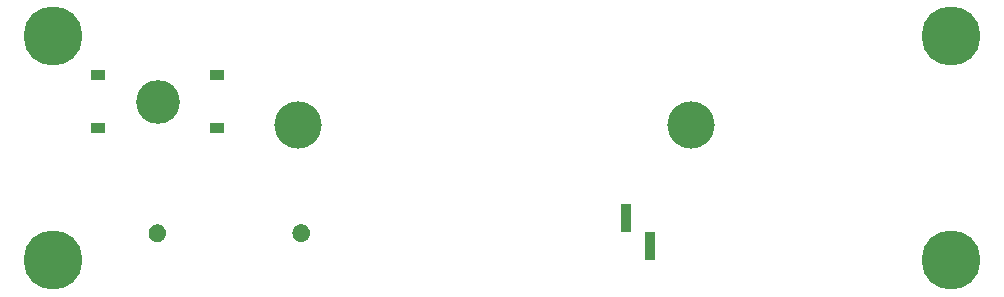
<source format=gbr>
%TF.GenerationSoftware,KiCad,Pcbnew,9.0.0*%
%TF.CreationDate,2025-05-16T22:32:30-04:00*%
%TF.ProjectId,Front Plate,46726f6e-7420-4506-9c61-74652e6b6963,rev?*%
%TF.SameCoordinates,Original*%
%TF.FileFunction,Soldermask,Bot*%
%TF.FilePolarity,Negative*%
%FSLAX46Y46*%
G04 Gerber Fmt 4.6, Leading zero omitted, Abs format (unit mm)*
G04 Created by KiCad (PCBNEW 9.0.0) date 2025-05-16 22:32:30*
%MOMM*%
%LPD*%
G01*
G04 APERTURE LIST*
%ADD10R,0.850000X2.350000*%
%ADD11C,4.000000*%
%ADD12C,5.000000*%
%ADD13C,3.708400*%
%ADD14R,1.193800X0.889000*%
G04 APERTURE END LIST*
D10*
%TO.C,P1*%
X146610000Y-94095000D03*
X148610000Y-96445000D03*
%TD*%
D11*
%TO.C,REF\u002A\u002A*%
X118790000Y-86230000D03*
X152120000Y-86240000D03*
%TD*%
D12*
%TO.C,REF\u002A\u002A*%
X98119160Y-78697420D03*
X174119260Y-78697420D03*
X98119160Y-97697390D03*
X174119260Y-97697390D03*
%TD*%
D13*
%TO.C,SW1*%
X106930000Y-84280000D03*
D14*
X111930000Y-82029999D03*
X101930000Y-82029999D03*
X111930000Y-86530001D03*
X101930000Y-86530001D03*
%TD*%
G36*
X107071289Y-94655669D02*
G01*
X107098360Y-94661847D01*
X107230510Y-94708088D01*
X107255528Y-94720136D01*
X107374073Y-94794623D01*
X107395782Y-94811936D01*
X107494778Y-94910932D01*
X107512091Y-94932641D01*
X107586578Y-95051186D01*
X107598626Y-95076204D01*
X107644867Y-95208354D01*
X107651045Y-95235425D01*
X107666720Y-95374547D01*
X107666720Y-95402313D01*
X107651045Y-95541434D01*
X107644867Y-95568505D01*
X107598626Y-95700655D01*
X107586578Y-95725673D01*
X107512091Y-95844218D01*
X107494778Y-95865927D01*
X107395782Y-95964923D01*
X107374073Y-95982236D01*
X107255528Y-96056723D01*
X107230510Y-96068771D01*
X107098360Y-96115012D01*
X107071289Y-96121190D01*
X106932168Y-96136865D01*
X106904402Y-96136865D01*
X106765280Y-96121190D01*
X106738209Y-96115012D01*
X106606059Y-96068771D01*
X106581041Y-96056723D01*
X106462496Y-95982236D01*
X106440787Y-95964923D01*
X106341791Y-95865927D01*
X106324478Y-95844218D01*
X106249991Y-95725673D01*
X106237943Y-95700655D01*
X106191702Y-95568505D01*
X106185524Y-95541434D01*
X106169849Y-95402313D01*
X106169849Y-95374547D01*
X106185524Y-95235425D01*
X106191702Y-95208354D01*
X106237943Y-95076204D01*
X106249991Y-95051186D01*
X106324478Y-94932641D01*
X106341791Y-94910932D01*
X106440787Y-94811936D01*
X106462496Y-94794623D01*
X106581041Y-94720136D01*
X106606059Y-94708088D01*
X106738209Y-94661847D01*
X106765280Y-94655669D01*
X106904402Y-94639994D01*
X106932168Y-94639994D01*
X107071289Y-94655669D01*
G37*
G36*
X119253147Y-94655669D02*
G01*
X119280218Y-94661847D01*
X119412368Y-94708088D01*
X119437386Y-94720136D01*
X119555931Y-94794623D01*
X119577640Y-94811936D01*
X119676636Y-94910932D01*
X119693949Y-94932641D01*
X119768436Y-95051186D01*
X119780484Y-95076204D01*
X119826725Y-95208354D01*
X119832903Y-95235425D01*
X119848578Y-95374547D01*
X119848578Y-95402313D01*
X119832903Y-95541434D01*
X119826725Y-95568505D01*
X119780484Y-95700655D01*
X119768436Y-95725673D01*
X119693949Y-95844218D01*
X119676636Y-95865927D01*
X119577640Y-95964923D01*
X119555931Y-95982236D01*
X119437386Y-96056723D01*
X119412368Y-96068771D01*
X119280218Y-96115012D01*
X119253147Y-96121190D01*
X119114026Y-96136865D01*
X119086260Y-96136865D01*
X118947138Y-96121190D01*
X118920067Y-96115012D01*
X118787917Y-96068771D01*
X118762899Y-96056723D01*
X118644354Y-95982236D01*
X118622645Y-95964923D01*
X118523649Y-95865927D01*
X118506336Y-95844218D01*
X118431849Y-95725673D01*
X118419801Y-95700655D01*
X118373560Y-95568505D01*
X118367382Y-95541434D01*
X118351707Y-95402313D01*
X118351707Y-95374547D01*
X118367382Y-95235425D01*
X118373560Y-95208354D01*
X118419801Y-95076204D01*
X118431849Y-95051186D01*
X118506336Y-94932641D01*
X118523649Y-94910932D01*
X118622645Y-94811936D01*
X118644354Y-94794623D01*
X118762899Y-94720136D01*
X118787917Y-94708088D01*
X118920067Y-94661847D01*
X118947138Y-94655669D01*
X119086260Y-94639994D01*
X119114026Y-94639994D01*
X119253147Y-94655669D01*
G37*
M02*

</source>
